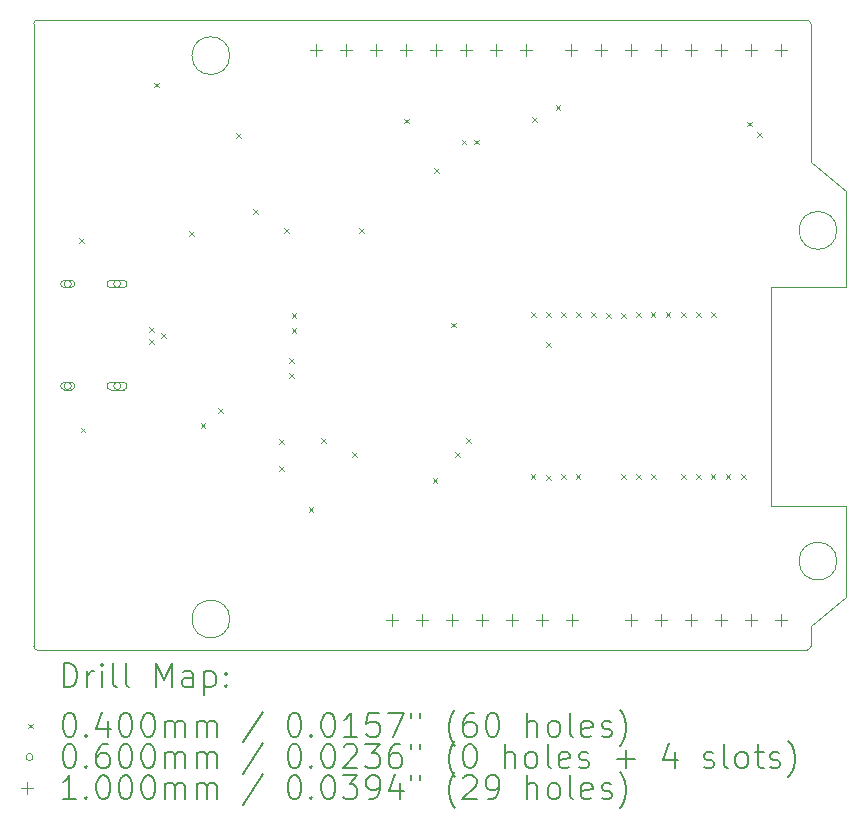
<source format=gbr>
%TF.GenerationSoftware,KiCad,Pcbnew,8.0.5*%
%TF.CreationDate,2024-12-12T18:20:34+01:00*%
%TF.ProjectId,Arduino_ESP,41726475-696e-46f5-9f45-53502e6b6963,rev?*%
%TF.SameCoordinates,Original*%
%TF.FileFunction,Drillmap*%
%TF.FilePolarity,Positive*%
%FSLAX45Y45*%
G04 Gerber Fmt 4.5, Leading zero omitted, Abs format (unit mm)*
G04 Created by KiCad (PCBNEW 8.0.5) date 2024-12-12 18:20:34*
%MOMM*%
%LPD*%
G01*
G04 APERTURE LIST*
%ADD10C,0.100000*%
%ADD11C,0.200000*%
G04 APERTURE END LIST*
D10*
X18360000Y-11330000D02*
G75*
G02*
X18330000Y-11360000I-30000J0D01*
G01*
X18360000Y-6060000D02*
X18360000Y-7230000D01*
X18020000Y-8290000D02*
X18020000Y-10140000D01*
X18360000Y-11330000D02*
X18360000Y-11160000D01*
X18580000Y-10610000D02*
G75*
G02*
X18260000Y-10610000I-160000J0D01*
G01*
X18260000Y-10610000D02*
G75*
G02*
X18580000Y-10610000I160000J0D01*
G01*
X11810000Y-11360000D02*
G75*
G02*
X11780000Y-11330000I0J30000D01*
G01*
X18660000Y-8290000D02*
X18660000Y-7480000D01*
X13440000Y-6330000D02*
G75*
G02*
X13120000Y-6330000I-160000J0D01*
G01*
X13120000Y-6330000D02*
G75*
G02*
X13440000Y-6330000I160000J0D01*
G01*
X18660000Y-10140000D02*
X18660000Y-10910000D01*
X18330000Y-6030000D02*
X11810000Y-6030000D01*
X18580000Y-7810000D02*
G75*
G02*
X18260000Y-7810000I-160000J0D01*
G01*
X18260000Y-7810000D02*
G75*
G02*
X18580000Y-7810000I160000J0D01*
G01*
X18660000Y-10910000D02*
X18360000Y-11160000D01*
X11810000Y-11360000D02*
X18330000Y-11360000D01*
X11780000Y-6060000D02*
G75*
G02*
X11810000Y-6030000I30000J0D01*
G01*
X13440000Y-11100000D02*
G75*
G02*
X13120000Y-11100000I-160000J0D01*
G01*
X13120000Y-11100000D02*
G75*
G02*
X13440000Y-11100000I160000J0D01*
G01*
X18660000Y-7480000D02*
X18360000Y-7230000D01*
X18020000Y-10140000D02*
X18660000Y-10140000D01*
X18660000Y-8290000D02*
X18020000Y-8290000D01*
X18330000Y-6030000D02*
G75*
G02*
X18360000Y-6060000I0J-30000D01*
G01*
X11780000Y-6060000D02*
X11780000Y-11330000D01*
D11*
D10*
X12166920Y-7874320D02*
X12206920Y-7914320D01*
X12206920Y-7874320D02*
X12166920Y-7914320D01*
X12177080Y-9479600D02*
X12217080Y-9519600D01*
X12217080Y-9479600D02*
X12177080Y-9519600D01*
X12756200Y-8631240D02*
X12796200Y-8671240D01*
X12796200Y-8631240D02*
X12756200Y-8671240D01*
X12756200Y-8731240D02*
X12796200Y-8771240D01*
X12796200Y-8731240D02*
X12756200Y-8771240D01*
X12801920Y-6558600D02*
X12841920Y-6598600D01*
X12841920Y-6558600D02*
X12801920Y-6598600D01*
X12857800Y-8676960D02*
X12897800Y-8716960D01*
X12897800Y-8676960D02*
X12857800Y-8716960D01*
X13096560Y-7813360D02*
X13136560Y-7853360D01*
X13136560Y-7813360D02*
X13096560Y-7853360D01*
X13193080Y-9444040D02*
X13233080Y-9484040D01*
X13233080Y-9444040D02*
X13193080Y-9484040D01*
X13340400Y-9317040D02*
X13380400Y-9357040D01*
X13380400Y-9317040D02*
X13340400Y-9357040D01*
X13495640Y-6987560D02*
X13535640Y-7027560D01*
X13535640Y-6987560D02*
X13495640Y-7027560D01*
X13640120Y-7630480D02*
X13680120Y-7670480D01*
X13680120Y-7630480D02*
X13640120Y-7670480D01*
X13858560Y-9576120D02*
X13898560Y-9616120D01*
X13898560Y-9576120D02*
X13858560Y-9616120D01*
X13858560Y-9804720D02*
X13898560Y-9844720D01*
X13898560Y-9804720D02*
X13858560Y-9844720D01*
X13899200Y-7788140D02*
X13939200Y-7828140D01*
X13939200Y-7788140D02*
X13899200Y-7828140D01*
X13944920Y-8890320D02*
X13984920Y-8930320D01*
X13984920Y-8890320D02*
X13944920Y-8930320D01*
X13944920Y-9017320D02*
X13984920Y-9057320D01*
X13984920Y-9017320D02*
X13944920Y-9057320D01*
X13965240Y-8509320D02*
X14005240Y-8549320D01*
X14005240Y-8509320D02*
X13965240Y-8549320D01*
X13965240Y-8636320D02*
X14005240Y-8676320D01*
X14005240Y-8636320D02*
X13965240Y-8676320D01*
X14107380Y-10152700D02*
X14147380Y-10192700D01*
X14147380Y-10152700D02*
X14107380Y-10192700D01*
X14211620Y-9571040D02*
X14251620Y-9611040D01*
X14251620Y-9571040D02*
X14211620Y-9611040D01*
X14478220Y-9685340D02*
X14518220Y-9725340D01*
X14518220Y-9685340D02*
X14478220Y-9725340D01*
X14534200Y-7787960D02*
X14574200Y-7827960D01*
X14574200Y-7787960D02*
X14534200Y-7827960D01*
X14914000Y-6863400D02*
X14954000Y-6903400D01*
X14954000Y-6863400D02*
X14914000Y-6903400D01*
X15159040Y-9906320D02*
X15199040Y-9946320D01*
X15199040Y-9906320D02*
X15159040Y-9946320D01*
X15168000Y-7279960D02*
X15208000Y-7319960D01*
X15208000Y-7279960D02*
X15168000Y-7319960D01*
X15316520Y-8590600D02*
X15356520Y-8630600D01*
X15356520Y-8590600D02*
X15316520Y-8630600D01*
X15347000Y-9687880D02*
X15387000Y-9727880D01*
X15387000Y-9687880D02*
X15347000Y-9727880D01*
X15402880Y-7041200D02*
X15442880Y-7081200D01*
X15442880Y-7041200D02*
X15402880Y-7081200D01*
X15443520Y-9565960D02*
X15483520Y-9605960D01*
X15483520Y-9565960D02*
X15443520Y-9605960D01*
X15509560Y-7041200D02*
X15549560Y-7081200D01*
X15549560Y-7041200D02*
X15509560Y-7081200D01*
X15987080Y-9875840D02*
X16027080Y-9915840D01*
X16027080Y-9875840D02*
X15987080Y-9915840D01*
X15992160Y-8499160D02*
X16032160Y-8539160D01*
X16032160Y-8499160D02*
X15992160Y-8539160D01*
X16002320Y-6853240D02*
X16042320Y-6893240D01*
X16042320Y-6853240D02*
X16002320Y-6893240D01*
X16119160Y-8499160D02*
X16159160Y-8539160D01*
X16159160Y-8499160D02*
X16119160Y-8539160D01*
X16119160Y-8753160D02*
X16159160Y-8793160D01*
X16159160Y-8753160D02*
X16119160Y-8793160D01*
X16119160Y-9880920D02*
X16159160Y-9920920D01*
X16159160Y-9880920D02*
X16119160Y-9920920D01*
X16200440Y-6751640D02*
X16240440Y-6791640D01*
X16240440Y-6751640D02*
X16200440Y-6791640D01*
X16246160Y-8499160D02*
X16286160Y-8539160D01*
X16286160Y-8499160D02*
X16246160Y-8539160D01*
X16246160Y-9875840D02*
X16286160Y-9915840D01*
X16286160Y-9875840D02*
X16246160Y-9915840D01*
X16368080Y-9875840D02*
X16408080Y-9915840D01*
X16408080Y-9875840D02*
X16368080Y-9915840D01*
X16373160Y-8499160D02*
X16413160Y-8539160D01*
X16413160Y-8499160D02*
X16373160Y-8539160D01*
X16497700Y-8504240D02*
X16537700Y-8544240D01*
X16537700Y-8504240D02*
X16497700Y-8544240D01*
X16627160Y-8509320D02*
X16667160Y-8549320D01*
X16667160Y-8509320D02*
X16627160Y-8549320D01*
X16754160Y-8509320D02*
X16794160Y-8549320D01*
X16794160Y-8509320D02*
X16754160Y-8549320D01*
X16754160Y-9875840D02*
X16794160Y-9915840D01*
X16794160Y-9875840D02*
X16754160Y-9915840D01*
X16881160Y-8504240D02*
X16921160Y-8544240D01*
X16921160Y-8504240D02*
X16881160Y-8544240D01*
X16881160Y-9875840D02*
X16921160Y-9915840D01*
X16921160Y-9875840D02*
X16881160Y-9915840D01*
X17003080Y-8504240D02*
X17043080Y-8544240D01*
X17043080Y-8504240D02*
X17003080Y-8544240D01*
X17008160Y-9875840D02*
X17048160Y-9915840D01*
X17048160Y-9875840D02*
X17008160Y-9915840D01*
X17130080Y-8504240D02*
X17170080Y-8544240D01*
X17170080Y-8504240D02*
X17130080Y-8544240D01*
X17262160Y-8504240D02*
X17302160Y-8544240D01*
X17302160Y-8504240D02*
X17262160Y-8544240D01*
X17262160Y-9875840D02*
X17302160Y-9915840D01*
X17302160Y-9875840D02*
X17262160Y-9915840D01*
X17389160Y-8504240D02*
X17429160Y-8544240D01*
X17429160Y-8504240D02*
X17389160Y-8544240D01*
X17389160Y-9875840D02*
X17429160Y-9915840D01*
X17429160Y-9875840D02*
X17389160Y-9915840D01*
X17511080Y-9875840D02*
X17551080Y-9915840D01*
X17551080Y-9875840D02*
X17511080Y-9915840D01*
X17516160Y-8504240D02*
X17556160Y-8544240D01*
X17556160Y-8504240D02*
X17516160Y-8544240D01*
X17638080Y-9875840D02*
X17678080Y-9915840D01*
X17678080Y-9875840D02*
X17638080Y-9915840D01*
X17770160Y-9875840D02*
X17810160Y-9915840D01*
X17810160Y-9875840D02*
X17770160Y-9915840D01*
X17820960Y-6888800D02*
X17860960Y-6928800D01*
X17860960Y-6888800D02*
X17820960Y-6928800D01*
X17907320Y-6975160D02*
X17947320Y-7015160D01*
X17947320Y-6975160D02*
X17907320Y-7015160D01*
X12098580Y-8263000D02*
G75*
G02*
X12038580Y-8263000I-30000J0D01*
G01*
X12038580Y-8263000D02*
G75*
G02*
X12098580Y-8263000I30000J0D01*
G01*
X12098580Y-8233000D02*
X12038580Y-8233000D01*
X12038580Y-8293000D02*
G75*
G02*
X12038580Y-8233000I0J30000D01*
G01*
X12038580Y-8293000D02*
X12098580Y-8293000D01*
X12098580Y-8293000D02*
G75*
G03*
X12098580Y-8233000I0J30000D01*
G01*
X12098580Y-9127000D02*
G75*
G02*
X12038580Y-9127000I-30000J0D01*
G01*
X12038580Y-9127000D02*
G75*
G02*
X12098580Y-9127000I30000J0D01*
G01*
X12098580Y-9097000D02*
X12038580Y-9097000D01*
X12038580Y-9157000D02*
G75*
G02*
X12038580Y-9097000I0J30000D01*
G01*
X12038580Y-9157000D02*
X12098580Y-9157000D01*
X12098580Y-9157000D02*
G75*
G03*
X12098580Y-9097000I0J30000D01*
G01*
X12516580Y-8263000D02*
G75*
G02*
X12456580Y-8263000I-30000J0D01*
G01*
X12456580Y-8263000D02*
G75*
G02*
X12516580Y-8263000I30000J0D01*
G01*
X12541580Y-8233000D02*
X12431580Y-8233000D01*
X12431580Y-8293000D02*
G75*
G02*
X12431580Y-8233000I0J30000D01*
G01*
X12431580Y-8293000D02*
X12541580Y-8293000D01*
X12541580Y-8293000D02*
G75*
G03*
X12541580Y-8233000I0J30000D01*
G01*
X12516580Y-9127000D02*
G75*
G02*
X12456580Y-9127000I-30000J0D01*
G01*
X12456580Y-9127000D02*
G75*
G02*
X12516580Y-9127000I30000J0D01*
G01*
X12541580Y-9097000D02*
X12431580Y-9097000D01*
X12431580Y-9157000D02*
G75*
G02*
X12431580Y-9097000I0J30000D01*
G01*
X12431580Y-9157000D02*
X12541580Y-9157000D01*
X12541580Y-9157000D02*
G75*
G03*
X12541580Y-9097000I0J30000D01*
G01*
X14172000Y-6230000D02*
X14172000Y-6330000D01*
X14122000Y-6280000D02*
X14222000Y-6280000D01*
X14426000Y-6230000D02*
X14426000Y-6330000D01*
X14376000Y-6280000D02*
X14476000Y-6280000D01*
X14680000Y-6230000D02*
X14680000Y-6330000D01*
X14630000Y-6280000D02*
X14730000Y-6280000D01*
X14816000Y-11060000D02*
X14816000Y-11160000D01*
X14766000Y-11110000D02*
X14866000Y-11110000D01*
X14934000Y-6230000D02*
X14934000Y-6330000D01*
X14884000Y-6280000D02*
X14984000Y-6280000D01*
X15070000Y-11060000D02*
X15070000Y-11160000D01*
X15020000Y-11110000D02*
X15120000Y-11110000D01*
X15188000Y-6230000D02*
X15188000Y-6330000D01*
X15138000Y-6280000D02*
X15238000Y-6280000D01*
X15324000Y-11060000D02*
X15324000Y-11160000D01*
X15274000Y-11110000D02*
X15374000Y-11110000D01*
X15442000Y-6230000D02*
X15442000Y-6330000D01*
X15392000Y-6280000D02*
X15492000Y-6280000D01*
X15578000Y-11060000D02*
X15578000Y-11160000D01*
X15528000Y-11110000D02*
X15628000Y-11110000D01*
X15696000Y-6230000D02*
X15696000Y-6330000D01*
X15646000Y-6280000D02*
X15746000Y-6280000D01*
X15832000Y-11060000D02*
X15832000Y-11160000D01*
X15782000Y-11110000D02*
X15882000Y-11110000D01*
X15950000Y-6230000D02*
X15950000Y-6330000D01*
X15900000Y-6280000D02*
X16000000Y-6280000D01*
X16086000Y-11060000D02*
X16086000Y-11160000D01*
X16036000Y-11110000D02*
X16136000Y-11110000D01*
X16332000Y-6230000D02*
X16332000Y-6330000D01*
X16282000Y-6280000D02*
X16382000Y-6280000D01*
X16340000Y-11060000D02*
X16340000Y-11160000D01*
X16290000Y-11110000D02*
X16390000Y-11110000D01*
X16586000Y-6230000D02*
X16586000Y-6330000D01*
X16536000Y-6280000D02*
X16636000Y-6280000D01*
X16840000Y-6230000D02*
X16840000Y-6330000D01*
X16790000Y-6280000D02*
X16890000Y-6280000D01*
X16840000Y-11060000D02*
X16840000Y-11160000D01*
X16790000Y-11110000D02*
X16890000Y-11110000D01*
X17094000Y-6230000D02*
X17094000Y-6330000D01*
X17044000Y-6280000D02*
X17144000Y-6280000D01*
X17094000Y-11060000D02*
X17094000Y-11160000D01*
X17044000Y-11110000D02*
X17144000Y-11110000D01*
X17348000Y-6230000D02*
X17348000Y-6330000D01*
X17298000Y-6280000D02*
X17398000Y-6280000D01*
X17348000Y-11060000D02*
X17348000Y-11160000D01*
X17298000Y-11110000D02*
X17398000Y-11110000D01*
X17602000Y-6230000D02*
X17602000Y-6330000D01*
X17552000Y-6280000D02*
X17652000Y-6280000D01*
X17602000Y-11060000D02*
X17602000Y-11160000D01*
X17552000Y-11110000D02*
X17652000Y-11110000D01*
X17856000Y-6230000D02*
X17856000Y-6330000D01*
X17806000Y-6280000D02*
X17906000Y-6280000D01*
X17856000Y-11060000D02*
X17856000Y-11160000D01*
X17806000Y-11110000D02*
X17906000Y-11110000D01*
X18110000Y-6230000D02*
X18110000Y-6330000D01*
X18060000Y-6280000D02*
X18160000Y-6280000D01*
X18110000Y-11060000D02*
X18110000Y-11160000D01*
X18060000Y-11110000D02*
X18160000Y-11110000D01*
D11*
X12035777Y-11676484D02*
X12035777Y-11476484D01*
X12035777Y-11476484D02*
X12083396Y-11476484D01*
X12083396Y-11476484D02*
X12111967Y-11486008D01*
X12111967Y-11486008D02*
X12131015Y-11505055D01*
X12131015Y-11505055D02*
X12140539Y-11524103D01*
X12140539Y-11524103D02*
X12150062Y-11562198D01*
X12150062Y-11562198D02*
X12150062Y-11590769D01*
X12150062Y-11590769D02*
X12140539Y-11628865D01*
X12140539Y-11628865D02*
X12131015Y-11647912D01*
X12131015Y-11647912D02*
X12111967Y-11666960D01*
X12111967Y-11666960D02*
X12083396Y-11676484D01*
X12083396Y-11676484D02*
X12035777Y-11676484D01*
X12235777Y-11676484D02*
X12235777Y-11543150D01*
X12235777Y-11581246D02*
X12245301Y-11562198D01*
X12245301Y-11562198D02*
X12254824Y-11552674D01*
X12254824Y-11552674D02*
X12273872Y-11543150D01*
X12273872Y-11543150D02*
X12292920Y-11543150D01*
X12359586Y-11676484D02*
X12359586Y-11543150D01*
X12359586Y-11476484D02*
X12350062Y-11486008D01*
X12350062Y-11486008D02*
X12359586Y-11495531D01*
X12359586Y-11495531D02*
X12369110Y-11486008D01*
X12369110Y-11486008D02*
X12359586Y-11476484D01*
X12359586Y-11476484D02*
X12359586Y-11495531D01*
X12483396Y-11676484D02*
X12464348Y-11666960D01*
X12464348Y-11666960D02*
X12454824Y-11647912D01*
X12454824Y-11647912D02*
X12454824Y-11476484D01*
X12588158Y-11676484D02*
X12569110Y-11666960D01*
X12569110Y-11666960D02*
X12559586Y-11647912D01*
X12559586Y-11647912D02*
X12559586Y-11476484D01*
X12816729Y-11676484D02*
X12816729Y-11476484D01*
X12816729Y-11476484D02*
X12883396Y-11619341D01*
X12883396Y-11619341D02*
X12950062Y-11476484D01*
X12950062Y-11476484D02*
X12950062Y-11676484D01*
X13131015Y-11676484D02*
X13131015Y-11571722D01*
X13131015Y-11571722D02*
X13121491Y-11552674D01*
X13121491Y-11552674D02*
X13102443Y-11543150D01*
X13102443Y-11543150D02*
X13064348Y-11543150D01*
X13064348Y-11543150D02*
X13045301Y-11552674D01*
X13131015Y-11666960D02*
X13111967Y-11676484D01*
X13111967Y-11676484D02*
X13064348Y-11676484D01*
X13064348Y-11676484D02*
X13045301Y-11666960D01*
X13045301Y-11666960D02*
X13035777Y-11647912D01*
X13035777Y-11647912D02*
X13035777Y-11628865D01*
X13035777Y-11628865D02*
X13045301Y-11609817D01*
X13045301Y-11609817D02*
X13064348Y-11600293D01*
X13064348Y-11600293D02*
X13111967Y-11600293D01*
X13111967Y-11600293D02*
X13131015Y-11590769D01*
X13226253Y-11543150D02*
X13226253Y-11743150D01*
X13226253Y-11552674D02*
X13245301Y-11543150D01*
X13245301Y-11543150D02*
X13283396Y-11543150D01*
X13283396Y-11543150D02*
X13302443Y-11552674D01*
X13302443Y-11552674D02*
X13311967Y-11562198D01*
X13311967Y-11562198D02*
X13321491Y-11581246D01*
X13321491Y-11581246D02*
X13321491Y-11638388D01*
X13321491Y-11638388D02*
X13311967Y-11657436D01*
X13311967Y-11657436D02*
X13302443Y-11666960D01*
X13302443Y-11666960D02*
X13283396Y-11676484D01*
X13283396Y-11676484D02*
X13245301Y-11676484D01*
X13245301Y-11676484D02*
X13226253Y-11666960D01*
X13407205Y-11657436D02*
X13416729Y-11666960D01*
X13416729Y-11666960D02*
X13407205Y-11676484D01*
X13407205Y-11676484D02*
X13397682Y-11666960D01*
X13397682Y-11666960D02*
X13407205Y-11657436D01*
X13407205Y-11657436D02*
X13407205Y-11676484D01*
X13407205Y-11552674D02*
X13416729Y-11562198D01*
X13416729Y-11562198D02*
X13407205Y-11571722D01*
X13407205Y-11571722D02*
X13397682Y-11562198D01*
X13397682Y-11562198D02*
X13407205Y-11552674D01*
X13407205Y-11552674D02*
X13407205Y-11571722D01*
D10*
X11735000Y-11985000D02*
X11775000Y-12025000D01*
X11775000Y-11985000D02*
X11735000Y-12025000D01*
D11*
X12073872Y-11896484D02*
X12092920Y-11896484D01*
X12092920Y-11896484D02*
X12111967Y-11906008D01*
X12111967Y-11906008D02*
X12121491Y-11915531D01*
X12121491Y-11915531D02*
X12131015Y-11934579D01*
X12131015Y-11934579D02*
X12140539Y-11972674D01*
X12140539Y-11972674D02*
X12140539Y-12020293D01*
X12140539Y-12020293D02*
X12131015Y-12058388D01*
X12131015Y-12058388D02*
X12121491Y-12077436D01*
X12121491Y-12077436D02*
X12111967Y-12086960D01*
X12111967Y-12086960D02*
X12092920Y-12096484D01*
X12092920Y-12096484D02*
X12073872Y-12096484D01*
X12073872Y-12096484D02*
X12054824Y-12086960D01*
X12054824Y-12086960D02*
X12045301Y-12077436D01*
X12045301Y-12077436D02*
X12035777Y-12058388D01*
X12035777Y-12058388D02*
X12026253Y-12020293D01*
X12026253Y-12020293D02*
X12026253Y-11972674D01*
X12026253Y-11972674D02*
X12035777Y-11934579D01*
X12035777Y-11934579D02*
X12045301Y-11915531D01*
X12045301Y-11915531D02*
X12054824Y-11906008D01*
X12054824Y-11906008D02*
X12073872Y-11896484D01*
X12226253Y-12077436D02*
X12235777Y-12086960D01*
X12235777Y-12086960D02*
X12226253Y-12096484D01*
X12226253Y-12096484D02*
X12216729Y-12086960D01*
X12216729Y-12086960D02*
X12226253Y-12077436D01*
X12226253Y-12077436D02*
X12226253Y-12096484D01*
X12407205Y-11963150D02*
X12407205Y-12096484D01*
X12359586Y-11886960D02*
X12311967Y-12029817D01*
X12311967Y-12029817D02*
X12435777Y-12029817D01*
X12550062Y-11896484D02*
X12569110Y-11896484D01*
X12569110Y-11896484D02*
X12588158Y-11906008D01*
X12588158Y-11906008D02*
X12597682Y-11915531D01*
X12597682Y-11915531D02*
X12607205Y-11934579D01*
X12607205Y-11934579D02*
X12616729Y-11972674D01*
X12616729Y-11972674D02*
X12616729Y-12020293D01*
X12616729Y-12020293D02*
X12607205Y-12058388D01*
X12607205Y-12058388D02*
X12597682Y-12077436D01*
X12597682Y-12077436D02*
X12588158Y-12086960D01*
X12588158Y-12086960D02*
X12569110Y-12096484D01*
X12569110Y-12096484D02*
X12550062Y-12096484D01*
X12550062Y-12096484D02*
X12531015Y-12086960D01*
X12531015Y-12086960D02*
X12521491Y-12077436D01*
X12521491Y-12077436D02*
X12511967Y-12058388D01*
X12511967Y-12058388D02*
X12502443Y-12020293D01*
X12502443Y-12020293D02*
X12502443Y-11972674D01*
X12502443Y-11972674D02*
X12511967Y-11934579D01*
X12511967Y-11934579D02*
X12521491Y-11915531D01*
X12521491Y-11915531D02*
X12531015Y-11906008D01*
X12531015Y-11906008D02*
X12550062Y-11896484D01*
X12740539Y-11896484D02*
X12759586Y-11896484D01*
X12759586Y-11896484D02*
X12778634Y-11906008D01*
X12778634Y-11906008D02*
X12788158Y-11915531D01*
X12788158Y-11915531D02*
X12797682Y-11934579D01*
X12797682Y-11934579D02*
X12807205Y-11972674D01*
X12807205Y-11972674D02*
X12807205Y-12020293D01*
X12807205Y-12020293D02*
X12797682Y-12058388D01*
X12797682Y-12058388D02*
X12788158Y-12077436D01*
X12788158Y-12077436D02*
X12778634Y-12086960D01*
X12778634Y-12086960D02*
X12759586Y-12096484D01*
X12759586Y-12096484D02*
X12740539Y-12096484D01*
X12740539Y-12096484D02*
X12721491Y-12086960D01*
X12721491Y-12086960D02*
X12711967Y-12077436D01*
X12711967Y-12077436D02*
X12702443Y-12058388D01*
X12702443Y-12058388D02*
X12692920Y-12020293D01*
X12692920Y-12020293D02*
X12692920Y-11972674D01*
X12692920Y-11972674D02*
X12702443Y-11934579D01*
X12702443Y-11934579D02*
X12711967Y-11915531D01*
X12711967Y-11915531D02*
X12721491Y-11906008D01*
X12721491Y-11906008D02*
X12740539Y-11896484D01*
X12892920Y-12096484D02*
X12892920Y-11963150D01*
X12892920Y-11982198D02*
X12902443Y-11972674D01*
X12902443Y-11972674D02*
X12921491Y-11963150D01*
X12921491Y-11963150D02*
X12950063Y-11963150D01*
X12950063Y-11963150D02*
X12969110Y-11972674D01*
X12969110Y-11972674D02*
X12978634Y-11991722D01*
X12978634Y-11991722D02*
X12978634Y-12096484D01*
X12978634Y-11991722D02*
X12988158Y-11972674D01*
X12988158Y-11972674D02*
X13007205Y-11963150D01*
X13007205Y-11963150D02*
X13035777Y-11963150D01*
X13035777Y-11963150D02*
X13054824Y-11972674D01*
X13054824Y-11972674D02*
X13064348Y-11991722D01*
X13064348Y-11991722D02*
X13064348Y-12096484D01*
X13159586Y-12096484D02*
X13159586Y-11963150D01*
X13159586Y-11982198D02*
X13169110Y-11972674D01*
X13169110Y-11972674D02*
X13188158Y-11963150D01*
X13188158Y-11963150D02*
X13216729Y-11963150D01*
X13216729Y-11963150D02*
X13235777Y-11972674D01*
X13235777Y-11972674D02*
X13245301Y-11991722D01*
X13245301Y-11991722D02*
X13245301Y-12096484D01*
X13245301Y-11991722D02*
X13254824Y-11972674D01*
X13254824Y-11972674D02*
X13273872Y-11963150D01*
X13273872Y-11963150D02*
X13302443Y-11963150D01*
X13302443Y-11963150D02*
X13321491Y-11972674D01*
X13321491Y-11972674D02*
X13331015Y-11991722D01*
X13331015Y-11991722D02*
X13331015Y-12096484D01*
X13721491Y-11886960D02*
X13550063Y-12144103D01*
X13978634Y-11896484D02*
X13997682Y-11896484D01*
X13997682Y-11896484D02*
X14016729Y-11906008D01*
X14016729Y-11906008D02*
X14026253Y-11915531D01*
X14026253Y-11915531D02*
X14035777Y-11934579D01*
X14035777Y-11934579D02*
X14045301Y-11972674D01*
X14045301Y-11972674D02*
X14045301Y-12020293D01*
X14045301Y-12020293D02*
X14035777Y-12058388D01*
X14035777Y-12058388D02*
X14026253Y-12077436D01*
X14026253Y-12077436D02*
X14016729Y-12086960D01*
X14016729Y-12086960D02*
X13997682Y-12096484D01*
X13997682Y-12096484D02*
X13978634Y-12096484D01*
X13978634Y-12096484D02*
X13959586Y-12086960D01*
X13959586Y-12086960D02*
X13950063Y-12077436D01*
X13950063Y-12077436D02*
X13940539Y-12058388D01*
X13940539Y-12058388D02*
X13931015Y-12020293D01*
X13931015Y-12020293D02*
X13931015Y-11972674D01*
X13931015Y-11972674D02*
X13940539Y-11934579D01*
X13940539Y-11934579D02*
X13950063Y-11915531D01*
X13950063Y-11915531D02*
X13959586Y-11906008D01*
X13959586Y-11906008D02*
X13978634Y-11896484D01*
X14131015Y-12077436D02*
X14140539Y-12086960D01*
X14140539Y-12086960D02*
X14131015Y-12096484D01*
X14131015Y-12096484D02*
X14121491Y-12086960D01*
X14121491Y-12086960D02*
X14131015Y-12077436D01*
X14131015Y-12077436D02*
X14131015Y-12096484D01*
X14264348Y-11896484D02*
X14283396Y-11896484D01*
X14283396Y-11896484D02*
X14302444Y-11906008D01*
X14302444Y-11906008D02*
X14311967Y-11915531D01*
X14311967Y-11915531D02*
X14321491Y-11934579D01*
X14321491Y-11934579D02*
X14331015Y-11972674D01*
X14331015Y-11972674D02*
X14331015Y-12020293D01*
X14331015Y-12020293D02*
X14321491Y-12058388D01*
X14321491Y-12058388D02*
X14311967Y-12077436D01*
X14311967Y-12077436D02*
X14302444Y-12086960D01*
X14302444Y-12086960D02*
X14283396Y-12096484D01*
X14283396Y-12096484D02*
X14264348Y-12096484D01*
X14264348Y-12096484D02*
X14245301Y-12086960D01*
X14245301Y-12086960D02*
X14235777Y-12077436D01*
X14235777Y-12077436D02*
X14226253Y-12058388D01*
X14226253Y-12058388D02*
X14216729Y-12020293D01*
X14216729Y-12020293D02*
X14216729Y-11972674D01*
X14216729Y-11972674D02*
X14226253Y-11934579D01*
X14226253Y-11934579D02*
X14235777Y-11915531D01*
X14235777Y-11915531D02*
X14245301Y-11906008D01*
X14245301Y-11906008D02*
X14264348Y-11896484D01*
X14521491Y-12096484D02*
X14407206Y-12096484D01*
X14464348Y-12096484D02*
X14464348Y-11896484D01*
X14464348Y-11896484D02*
X14445301Y-11925055D01*
X14445301Y-11925055D02*
X14426253Y-11944103D01*
X14426253Y-11944103D02*
X14407206Y-11953627D01*
X14702444Y-11896484D02*
X14607206Y-11896484D01*
X14607206Y-11896484D02*
X14597682Y-11991722D01*
X14597682Y-11991722D02*
X14607206Y-11982198D01*
X14607206Y-11982198D02*
X14626253Y-11972674D01*
X14626253Y-11972674D02*
X14673872Y-11972674D01*
X14673872Y-11972674D02*
X14692920Y-11982198D01*
X14692920Y-11982198D02*
X14702444Y-11991722D01*
X14702444Y-11991722D02*
X14711967Y-12010769D01*
X14711967Y-12010769D02*
X14711967Y-12058388D01*
X14711967Y-12058388D02*
X14702444Y-12077436D01*
X14702444Y-12077436D02*
X14692920Y-12086960D01*
X14692920Y-12086960D02*
X14673872Y-12096484D01*
X14673872Y-12096484D02*
X14626253Y-12096484D01*
X14626253Y-12096484D02*
X14607206Y-12086960D01*
X14607206Y-12086960D02*
X14597682Y-12077436D01*
X14778634Y-11896484D02*
X14911967Y-11896484D01*
X14911967Y-11896484D02*
X14826253Y-12096484D01*
X14978634Y-11896484D02*
X14978634Y-11934579D01*
X15054825Y-11896484D02*
X15054825Y-11934579D01*
X15350063Y-12172674D02*
X15340539Y-12163150D01*
X15340539Y-12163150D02*
X15321491Y-12134579D01*
X15321491Y-12134579D02*
X15311968Y-12115531D01*
X15311968Y-12115531D02*
X15302444Y-12086960D01*
X15302444Y-12086960D02*
X15292920Y-12039341D01*
X15292920Y-12039341D02*
X15292920Y-12001246D01*
X15292920Y-12001246D02*
X15302444Y-11953627D01*
X15302444Y-11953627D02*
X15311968Y-11925055D01*
X15311968Y-11925055D02*
X15321491Y-11906008D01*
X15321491Y-11906008D02*
X15340539Y-11877436D01*
X15340539Y-11877436D02*
X15350063Y-11867912D01*
X15511968Y-11896484D02*
X15473872Y-11896484D01*
X15473872Y-11896484D02*
X15454825Y-11906008D01*
X15454825Y-11906008D02*
X15445301Y-11915531D01*
X15445301Y-11915531D02*
X15426253Y-11944103D01*
X15426253Y-11944103D02*
X15416729Y-11982198D01*
X15416729Y-11982198D02*
X15416729Y-12058388D01*
X15416729Y-12058388D02*
X15426253Y-12077436D01*
X15426253Y-12077436D02*
X15435777Y-12086960D01*
X15435777Y-12086960D02*
X15454825Y-12096484D01*
X15454825Y-12096484D02*
X15492920Y-12096484D01*
X15492920Y-12096484D02*
X15511968Y-12086960D01*
X15511968Y-12086960D02*
X15521491Y-12077436D01*
X15521491Y-12077436D02*
X15531015Y-12058388D01*
X15531015Y-12058388D02*
X15531015Y-12010769D01*
X15531015Y-12010769D02*
X15521491Y-11991722D01*
X15521491Y-11991722D02*
X15511968Y-11982198D01*
X15511968Y-11982198D02*
X15492920Y-11972674D01*
X15492920Y-11972674D02*
X15454825Y-11972674D01*
X15454825Y-11972674D02*
X15435777Y-11982198D01*
X15435777Y-11982198D02*
X15426253Y-11991722D01*
X15426253Y-11991722D02*
X15416729Y-12010769D01*
X15654825Y-11896484D02*
X15673872Y-11896484D01*
X15673872Y-11896484D02*
X15692920Y-11906008D01*
X15692920Y-11906008D02*
X15702444Y-11915531D01*
X15702444Y-11915531D02*
X15711968Y-11934579D01*
X15711968Y-11934579D02*
X15721491Y-11972674D01*
X15721491Y-11972674D02*
X15721491Y-12020293D01*
X15721491Y-12020293D02*
X15711968Y-12058388D01*
X15711968Y-12058388D02*
X15702444Y-12077436D01*
X15702444Y-12077436D02*
X15692920Y-12086960D01*
X15692920Y-12086960D02*
X15673872Y-12096484D01*
X15673872Y-12096484D02*
X15654825Y-12096484D01*
X15654825Y-12096484D02*
X15635777Y-12086960D01*
X15635777Y-12086960D02*
X15626253Y-12077436D01*
X15626253Y-12077436D02*
X15616729Y-12058388D01*
X15616729Y-12058388D02*
X15607206Y-12020293D01*
X15607206Y-12020293D02*
X15607206Y-11972674D01*
X15607206Y-11972674D02*
X15616729Y-11934579D01*
X15616729Y-11934579D02*
X15626253Y-11915531D01*
X15626253Y-11915531D02*
X15635777Y-11906008D01*
X15635777Y-11906008D02*
X15654825Y-11896484D01*
X15959587Y-12096484D02*
X15959587Y-11896484D01*
X16045301Y-12096484D02*
X16045301Y-11991722D01*
X16045301Y-11991722D02*
X16035777Y-11972674D01*
X16035777Y-11972674D02*
X16016730Y-11963150D01*
X16016730Y-11963150D02*
X15988158Y-11963150D01*
X15988158Y-11963150D02*
X15969110Y-11972674D01*
X15969110Y-11972674D02*
X15959587Y-11982198D01*
X16169110Y-12096484D02*
X16150063Y-12086960D01*
X16150063Y-12086960D02*
X16140539Y-12077436D01*
X16140539Y-12077436D02*
X16131015Y-12058388D01*
X16131015Y-12058388D02*
X16131015Y-12001246D01*
X16131015Y-12001246D02*
X16140539Y-11982198D01*
X16140539Y-11982198D02*
X16150063Y-11972674D01*
X16150063Y-11972674D02*
X16169110Y-11963150D01*
X16169110Y-11963150D02*
X16197682Y-11963150D01*
X16197682Y-11963150D02*
X16216730Y-11972674D01*
X16216730Y-11972674D02*
X16226253Y-11982198D01*
X16226253Y-11982198D02*
X16235777Y-12001246D01*
X16235777Y-12001246D02*
X16235777Y-12058388D01*
X16235777Y-12058388D02*
X16226253Y-12077436D01*
X16226253Y-12077436D02*
X16216730Y-12086960D01*
X16216730Y-12086960D02*
X16197682Y-12096484D01*
X16197682Y-12096484D02*
X16169110Y-12096484D01*
X16350063Y-12096484D02*
X16331015Y-12086960D01*
X16331015Y-12086960D02*
X16321491Y-12067912D01*
X16321491Y-12067912D02*
X16321491Y-11896484D01*
X16502444Y-12086960D02*
X16483396Y-12096484D01*
X16483396Y-12096484D02*
X16445301Y-12096484D01*
X16445301Y-12096484D02*
X16426253Y-12086960D01*
X16426253Y-12086960D02*
X16416730Y-12067912D01*
X16416730Y-12067912D02*
X16416730Y-11991722D01*
X16416730Y-11991722D02*
X16426253Y-11972674D01*
X16426253Y-11972674D02*
X16445301Y-11963150D01*
X16445301Y-11963150D02*
X16483396Y-11963150D01*
X16483396Y-11963150D02*
X16502444Y-11972674D01*
X16502444Y-11972674D02*
X16511968Y-11991722D01*
X16511968Y-11991722D02*
X16511968Y-12010769D01*
X16511968Y-12010769D02*
X16416730Y-12029817D01*
X16588158Y-12086960D02*
X16607206Y-12096484D01*
X16607206Y-12096484D02*
X16645301Y-12096484D01*
X16645301Y-12096484D02*
X16664349Y-12086960D01*
X16664349Y-12086960D02*
X16673872Y-12067912D01*
X16673872Y-12067912D02*
X16673872Y-12058388D01*
X16673872Y-12058388D02*
X16664349Y-12039341D01*
X16664349Y-12039341D02*
X16645301Y-12029817D01*
X16645301Y-12029817D02*
X16616730Y-12029817D01*
X16616730Y-12029817D02*
X16597682Y-12020293D01*
X16597682Y-12020293D02*
X16588158Y-12001246D01*
X16588158Y-12001246D02*
X16588158Y-11991722D01*
X16588158Y-11991722D02*
X16597682Y-11972674D01*
X16597682Y-11972674D02*
X16616730Y-11963150D01*
X16616730Y-11963150D02*
X16645301Y-11963150D01*
X16645301Y-11963150D02*
X16664349Y-11972674D01*
X16740539Y-12172674D02*
X16750063Y-12163150D01*
X16750063Y-12163150D02*
X16769111Y-12134579D01*
X16769111Y-12134579D02*
X16778634Y-12115531D01*
X16778634Y-12115531D02*
X16788158Y-12086960D01*
X16788158Y-12086960D02*
X16797682Y-12039341D01*
X16797682Y-12039341D02*
X16797682Y-12001246D01*
X16797682Y-12001246D02*
X16788158Y-11953627D01*
X16788158Y-11953627D02*
X16778634Y-11925055D01*
X16778634Y-11925055D02*
X16769111Y-11906008D01*
X16769111Y-11906008D02*
X16750063Y-11877436D01*
X16750063Y-11877436D02*
X16740539Y-11867912D01*
D10*
X11775000Y-12269000D02*
G75*
G02*
X11715000Y-12269000I-30000J0D01*
G01*
X11715000Y-12269000D02*
G75*
G02*
X11775000Y-12269000I30000J0D01*
G01*
D11*
X12073872Y-12160484D02*
X12092920Y-12160484D01*
X12092920Y-12160484D02*
X12111967Y-12170008D01*
X12111967Y-12170008D02*
X12121491Y-12179531D01*
X12121491Y-12179531D02*
X12131015Y-12198579D01*
X12131015Y-12198579D02*
X12140539Y-12236674D01*
X12140539Y-12236674D02*
X12140539Y-12284293D01*
X12140539Y-12284293D02*
X12131015Y-12322388D01*
X12131015Y-12322388D02*
X12121491Y-12341436D01*
X12121491Y-12341436D02*
X12111967Y-12350960D01*
X12111967Y-12350960D02*
X12092920Y-12360484D01*
X12092920Y-12360484D02*
X12073872Y-12360484D01*
X12073872Y-12360484D02*
X12054824Y-12350960D01*
X12054824Y-12350960D02*
X12045301Y-12341436D01*
X12045301Y-12341436D02*
X12035777Y-12322388D01*
X12035777Y-12322388D02*
X12026253Y-12284293D01*
X12026253Y-12284293D02*
X12026253Y-12236674D01*
X12026253Y-12236674D02*
X12035777Y-12198579D01*
X12035777Y-12198579D02*
X12045301Y-12179531D01*
X12045301Y-12179531D02*
X12054824Y-12170008D01*
X12054824Y-12170008D02*
X12073872Y-12160484D01*
X12226253Y-12341436D02*
X12235777Y-12350960D01*
X12235777Y-12350960D02*
X12226253Y-12360484D01*
X12226253Y-12360484D02*
X12216729Y-12350960D01*
X12216729Y-12350960D02*
X12226253Y-12341436D01*
X12226253Y-12341436D02*
X12226253Y-12360484D01*
X12407205Y-12160484D02*
X12369110Y-12160484D01*
X12369110Y-12160484D02*
X12350062Y-12170008D01*
X12350062Y-12170008D02*
X12340539Y-12179531D01*
X12340539Y-12179531D02*
X12321491Y-12208103D01*
X12321491Y-12208103D02*
X12311967Y-12246198D01*
X12311967Y-12246198D02*
X12311967Y-12322388D01*
X12311967Y-12322388D02*
X12321491Y-12341436D01*
X12321491Y-12341436D02*
X12331015Y-12350960D01*
X12331015Y-12350960D02*
X12350062Y-12360484D01*
X12350062Y-12360484D02*
X12388158Y-12360484D01*
X12388158Y-12360484D02*
X12407205Y-12350960D01*
X12407205Y-12350960D02*
X12416729Y-12341436D01*
X12416729Y-12341436D02*
X12426253Y-12322388D01*
X12426253Y-12322388D02*
X12426253Y-12274769D01*
X12426253Y-12274769D02*
X12416729Y-12255722D01*
X12416729Y-12255722D02*
X12407205Y-12246198D01*
X12407205Y-12246198D02*
X12388158Y-12236674D01*
X12388158Y-12236674D02*
X12350062Y-12236674D01*
X12350062Y-12236674D02*
X12331015Y-12246198D01*
X12331015Y-12246198D02*
X12321491Y-12255722D01*
X12321491Y-12255722D02*
X12311967Y-12274769D01*
X12550062Y-12160484D02*
X12569110Y-12160484D01*
X12569110Y-12160484D02*
X12588158Y-12170008D01*
X12588158Y-12170008D02*
X12597682Y-12179531D01*
X12597682Y-12179531D02*
X12607205Y-12198579D01*
X12607205Y-12198579D02*
X12616729Y-12236674D01*
X12616729Y-12236674D02*
X12616729Y-12284293D01*
X12616729Y-12284293D02*
X12607205Y-12322388D01*
X12607205Y-12322388D02*
X12597682Y-12341436D01*
X12597682Y-12341436D02*
X12588158Y-12350960D01*
X12588158Y-12350960D02*
X12569110Y-12360484D01*
X12569110Y-12360484D02*
X12550062Y-12360484D01*
X12550062Y-12360484D02*
X12531015Y-12350960D01*
X12531015Y-12350960D02*
X12521491Y-12341436D01*
X12521491Y-12341436D02*
X12511967Y-12322388D01*
X12511967Y-12322388D02*
X12502443Y-12284293D01*
X12502443Y-12284293D02*
X12502443Y-12236674D01*
X12502443Y-12236674D02*
X12511967Y-12198579D01*
X12511967Y-12198579D02*
X12521491Y-12179531D01*
X12521491Y-12179531D02*
X12531015Y-12170008D01*
X12531015Y-12170008D02*
X12550062Y-12160484D01*
X12740539Y-12160484D02*
X12759586Y-12160484D01*
X12759586Y-12160484D02*
X12778634Y-12170008D01*
X12778634Y-12170008D02*
X12788158Y-12179531D01*
X12788158Y-12179531D02*
X12797682Y-12198579D01*
X12797682Y-12198579D02*
X12807205Y-12236674D01*
X12807205Y-12236674D02*
X12807205Y-12284293D01*
X12807205Y-12284293D02*
X12797682Y-12322388D01*
X12797682Y-12322388D02*
X12788158Y-12341436D01*
X12788158Y-12341436D02*
X12778634Y-12350960D01*
X12778634Y-12350960D02*
X12759586Y-12360484D01*
X12759586Y-12360484D02*
X12740539Y-12360484D01*
X12740539Y-12360484D02*
X12721491Y-12350960D01*
X12721491Y-12350960D02*
X12711967Y-12341436D01*
X12711967Y-12341436D02*
X12702443Y-12322388D01*
X12702443Y-12322388D02*
X12692920Y-12284293D01*
X12692920Y-12284293D02*
X12692920Y-12236674D01*
X12692920Y-12236674D02*
X12702443Y-12198579D01*
X12702443Y-12198579D02*
X12711967Y-12179531D01*
X12711967Y-12179531D02*
X12721491Y-12170008D01*
X12721491Y-12170008D02*
X12740539Y-12160484D01*
X12892920Y-12360484D02*
X12892920Y-12227150D01*
X12892920Y-12246198D02*
X12902443Y-12236674D01*
X12902443Y-12236674D02*
X12921491Y-12227150D01*
X12921491Y-12227150D02*
X12950063Y-12227150D01*
X12950063Y-12227150D02*
X12969110Y-12236674D01*
X12969110Y-12236674D02*
X12978634Y-12255722D01*
X12978634Y-12255722D02*
X12978634Y-12360484D01*
X12978634Y-12255722D02*
X12988158Y-12236674D01*
X12988158Y-12236674D02*
X13007205Y-12227150D01*
X13007205Y-12227150D02*
X13035777Y-12227150D01*
X13035777Y-12227150D02*
X13054824Y-12236674D01*
X13054824Y-12236674D02*
X13064348Y-12255722D01*
X13064348Y-12255722D02*
X13064348Y-12360484D01*
X13159586Y-12360484D02*
X13159586Y-12227150D01*
X13159586Y-12246198D02*
X13169110Y-12236674D01*
X13169110Y-12236674D02*
X13188158Y-12227150D01*
X13188158Y-12227150D02*
X13216729Y-12227150D01*
X13216729Y-12227150D02*
X13235777Y-12236674D01*
X13235777Y-12236674D02*
X13245301Y-12255722D01*
X13245301Y-12255722D02*
X13245301Y-12360484D01*
X13245301Y-12255722D02*
X13254824Y-12236674D01*
X13254824Y-12236674D02*
X13273872Y-12227150D01*
X13273872Y-12227150D02*
X13302443Y-12227150D01*
X13302443Y-12227150D02*
X13321491Y-12236674D01*
X13321491Y-12236674D02*
X13331015Y-12255722D01*
X13331015Y-12255722D02*
X13331015Y-12360484D01*
X13721491Y-12150960D02*
X13550063Y-12408103D01*
X13978634Y-12160484D02*
X13997682Y-12160484D01*
X13997682Y-12160484D02*
X14016729Y-12170008D01*
X14016729Y-12170008D02*
X14026253Y-12179531D01*
X14026253Y-12179531D02*
X14035777Y-12198579D01*
X14035777Y-12198579D02*
X14045301Y-12236674D01*
X14045301Y-12236674D02*
X14045301Y-12284293D01*
X14045301Y-12284293D02*
X14035777Y-12322388D01*
X14035777Y-12322388D02*
X14026253Y-12341436D01*
X14026253Y-12341436D02*
X14016729Y-12350960D01*
X14016729Y-12350960D02*
X13997682Y-12360484D01*
X13997682Y-12360484D02*
X13978634Y-12360484D01*
X13978634Y-12360484D02*
X13959586Y-12350960D01*
X13959586Y-12350960D02*
X13950063Y-12341436D01*
X13950063Y-12341436D02*
X13940539Y-12322388D01*
X13940539Y-12322388D02*
X13931015Y-12284293D01*
X13931015Y-12284293D02*
X13931015Y-12236674D01*
X13931015Y-12236674D02*
X13940539Y-12198579D01*
X13940539Y-12198579D02*
X13950063Y-12179531D01*
X13950063Y-12179531D02*
X13959586Y-12170008D01*
X13959586Y-12170008D02*
X13978634Y-12160484D01*
X14131015Y-12341436D02*
X14140539Y-12350960D01*
X14140539Y-12350960D02*
X14131015Y-12360484D01*
X14131015Y-12360484D02*
X14121491Y-12350960D01*
X14121491Y-12350960D02*
X14131015Y-12341436D01*
X14131015Y-12341436D02*
X14131015Y-12360484D01*
X14264348Y-12160484D02*
X14283396Y-12160484D01*
X14283396Y-12160484D02*
X14302444Y-12170008D01*
X14302444Y-12170008D02*
X14311967Y-12179531D01*
X14311967Y-12179531D02*
X14321491Y-12198579D01*
X14321491Y-12198579D02*
X14331015Y-12236674D01*
X14331015Y-12236674D02*
X14331015Y-12284293D01*
X14331015Y-12284293D02*
X14321491Y-12322388D01*
X14321491Y-12322388D02*
X14311967Y-12341436D01*
X14311967Y-12341436D02*
X14302444Y-12350960D01*
X14302444Y-12350960D02*
X14283396Y-12360484D01*
X14283396Y-12360484D02*
X14264348Y-12360484D01*
X14264348Y-12360484D02*
X14245301Y-12350960D01*
X14245301Y-12350960D02*
X14235777Y-12341436D01*
X14235777Y-12341436D02*
X14226253Y-12322388D01*
X14226253Y-12322388D02*
X14216729Y-12284293D01*
X14216729Y-12284293D02*
X14216729Y-12236674D01*
X14216729Y-12236674D02*
X14226253Y-12198579D01*
X14226253Y-12198579D02*
X14235777Y-12179531D01*
X14235777Y-12179531D02*
X14245301Y-12170008D01*
X14245301Y-12170008D02*
X14264348Y-12160484D01*
X14407206Y-12179531D02*
X14416729Y-12170008D01*
X14416729Y-12170008D02*
X14435777Y-12160484D01*
X14435777Y-12160484D02*
X14483396Y-12160484D01*
X14483396Y-12160484D02*
X14502444Y-12170008D01*
X14502444Y-12170008D02*
X14511967Y-12179531D01*
X14511967Y-12179531D02*
X14521491Y-12198579D01*
X14521491Y-12198579D02*
X14521491Y-12217627D01*
X14521491Y-12217627D02*
X14511967Y-12246198D01*
X14511967Y-12246198D02*
X14397682Y-12360484D01*
X14397682Y-12360484D02*
X14521491Y-12360484D01*
X14588158Y-12160484D02*
X14711967Y-12160484D01*
X14711967Y-12160484D02*
X14645301Y-12236674D01*
X14645301Y-12236674D02*
X14673872Y-12236674D01*
X14673872Y-12236674D02*
X14692920Y-12246198D01*
X14692920Y-12246198D02*
X14702444Y-12255722D01*
X14702444Y-12255722D02*
X14711967Y-12274769D01*
X14711967Y-12274769D02*
X14711967Y-12322388D01*
X14711967Y-12322388D02*
X14702444Y-12341436D01*
X14702444Y-12341436D02*
X14692920Y-12350960D01*
X14692920Y-12350960D02*
X14673872Y-12360484D01*
X14673872Y-12360484D02*
X14616729Y-12360484D01*
X14616729Y-12360484D02*
X14597682Y-12350960D01*
X14597682Y-12350960D02*
X14588158Y-12341436D01*
X14883396Y-12160484D02*
X14845301Y-12160484D01*
X14845301Y-12160484D02*
X14826253Y-12170008D01*
X14826253Y-12170008D02*
X14816729Y-12179531D01*
X14816729Y-12179531D02*
X14797682Y-12208103D01*
X14797682Y-12208103D02*
X14788158Y-12246198D01*
X14788158Y-12246198D02*
X14788158Y-12322388D01*
X14788158Y-12322388D02*
X14797682Y-12341436D01*
X14797682Y-12341436D02*
X14807206Y-12350960D01*
X14807206Y-12350960D02*
X14826253Y-12360484D01*
X14826253Y-12360484D02*
X14864348Y-12360484D01*
X14864348Y-12360484D02*
X14883396Y-12350960D01*
X14883396Y-12350960D02*
X14892920Y-12341436D01*
X14892920Y-12341436D02*
X14902444Y-12322388D01*
X14902444Y-12322388D02*
X14902444Y-12274769D01*
X14902444Y-12274769D02*
X14892920Y-12255722D01*
X14892920Y-12255722D02*
X14883396Y-12246198D01*
X14883396Y-12246198D02*
X14864348Y-12236674D01*
X14864348Y-12236674D02*
X14826253Y-12236674D01*
X14826253Y-12236674D02*
X14807206Y-12246198D01*
X14807206Y-12246198D02*
X14797682Y-12255722D01*
X14797682Y-12255722D02*
X14788158Y-12274769D01*
X14978634Y-12160484D02*
X14978634Y-12198579D01*
X15054825Y-12160484D02*
X15054825Y-12198579D01*
X15350063Y-12436674D02*
X15340539Y-12427150D01*
X15340539Y-12427150D02*
X15321491Y-12398579D01*
X15321491Y-12398579D02*
X15311968Y-12379531D01*
X15311968Y-12379531D02*
X15302444Y-12350960D01*
X15302444Y-12350960D02*
X15292920Y-12303341D01*
X15292920Y-12303341D02*
X15292920Y-12265246D01*
X15292920Y-12265246D02*
X15302444Y-12217627D01*
X15302444Y-12217627D02*
X15311968Y-12189055D01*
X15311968Y-12189055D02*
X15321491Y-12170008D01*
X15321491Y-12170008D02*
X15340539Y-12141436D01*
X15340539Y-12141436D02*
X15350063Y-12131912D01*
X15464348Y-12160484D02*
X15483396Y-12160484D01*
X15483396Y-12160484D02*
X15502444Y-12170008D01*
X15502444Y-12170008D02*
X15511968Y-12179531D01*
X15511968Y-12179531D02*
X15521491Y-12198579D01*
X15521491Y-12198579D02*
X15531015Y-12236674D01*
X15531015Y-12236674D02*
X15531015Y-12284293D01*
X15531015Y-12284293D02*
X15521491Y-12322388D01*
X15521491Y-12322388D02*
X15511968Y-12341436D01*
X15511968Y-12341436D02*
X15502444Y-12350960D01*
X15502444Y-12350960D02*
X15483396Y-12360484D01*
X15483396Y-12360484D02*
X15464348Y-12360484D01*
X15464348Y-12360484D02*
X15445301Y-12350960D01*
X15445301Y-12350960D02*
X15435777Y-12341436D01*
X15435777Y-12341436D02*
X15426253Y-12322388D01*
X15426253Y-12322388D02*
X15416729Y-12284293D01*
X15416729Y-12284293D02*
X15416729Y-12236674D01*
X15416729Y-12236674D02*
X15426253Y-12198579D01*
X15426253Y-12198579D02*
X15435777Y-12179531D01*
X15435777Y-12179531D02*
X15445301Y-12170008D01*
X15445301Y-12170008D02*
X15464348Y-12160484D01*
X15769110Y-12360484D02*
X15769110Y-12160484D01*
X15854825Y-12360484D02*
X15854825Y-12255722D01*
X15854825Y-12255722D02*
X15845301Y-12236674D01*
X15845301Y-12236674D02*
X15826253Y-12227150D01*
X15826253Y-12227150D02*
X15797682Y-12227150D01*
X15797682Y-12227150D02*
X15778634Y-12236674D01*
X15778634Y-12236674D02*
X15769110Y-12246198D01*
X15978634Y-12360484D02*
X15959587Y-12350960D01*
X15959587Y-12350960D02*
X15950063Y-12341436D01*
X15950063Y-12341436D02*
X15940539Y-12322388D01*
X15940539Y-12322388D02*
X15940539Y-12265246D01*
X15940539Y-12265246D02*
X15950063Y-12246198D01*
X15950063Y-12246198D02*
X15959587Y-12236674D01*
X15959587Y-12236674D02*
X15978634Y-12227150D01*
X15978634Y-12227150D02*
X16007206Y-12227150D01*
X16007206Y-12227150D02*
X16026253Y-12236674D01*
X16026253Y-12236674D02*
X16035777Y-12246198D01*
X16035777Y-12246198D02*
X16045301Y-12265246D01*
X16045301Y-12265246D02*
X16045301Y-12322388D01*
X16045301Y-12322388D02*
X16035777Y-12341436D01*
X16035777Y-12341436D02*
X16026253Y-12350960D01*
X16026253Y-12350960D02*
X16007206Y-12360484D01*
X16007206Y-12360484D02*
X15978634Y-12360484D01*
X16159587Y-12360484D02*
X16140539Y-12350960D01*
X16140539Y-12350960D02*
X16131015Y-12331912D01*
X16131015Y-12331912D02*
X16131015Y-12160484D01*
X16311968Y-12350960D02*
X16292920Y-12360484D01*
X16292920Y-12360484D02*
X16254825Y-12360484D01*
X16254825Y-12360484D02*
X16235777Y-12350960D01*
X16235777Y-12350960D02*
X16226253Y-12331912D01*
X16226253Y-12331912D02*
X16226253Y-12255722D01*
X16226253Y-12255722D02*
X16235777Y-12236674D01*
X16235777Y-12236674D02*
X16254825Y-12227150D01*
X16254825Y-12227150D02*
X16292920Y-12227150D01*
X16292920Y-12227150D02*
X16311968Y-12236674D01*
X16311968Y-12236674D02*
X16321491Y-12255722D01*
X16321491Y-12255722D02*
X16321491Y-12274769D01*
X16321491Y-12274769D02*
X16226253Y-12293817D01*
X16397682Y-12350960D02*
X16416730Y-12360484D01*
X16416730Y-12360484D02*
X16454825Y-12360484D01*
X16454825Y-12360484D02*
X16473872Y-12350960D01*
X16473872Y-12350960D02*
X16483396Y-12331912D01*
X16483396Y-12331912D02*
X16483396Y-12322388D01*
X16483396Y-12322388D02*
X16473872Y-12303341D01*
X16473872Y-12303341D02*
X16454825Y-12293817D01*
X16454825Y-12293817D02*
X16426253Y-12293817D01*
X16426253Y-12293817D02*
X16407206Y-12284293D01*
X16407206Y-12284293D02*
X16397682Y-12265246D01*
X16397682Y-12265246D02*
X16397682Y-12255722D01*
X16397682Y-12255722D02*
X16407206Y-12236674D01*
X16407206Y-12236674D02*
X16426253Y-12227150D01*
X16426253Y-12227150D02*
X16454825Y-12227150D01*
X16454825Y-12227150D02*
X16473872Y-12236674D01*
X16721492Y-12284293D02*
X16873873Y-12284293D01*
X16797682Y-12360484D02*
X16797682Y-12208103D01*
X17207206Y-12227150D02*
X17207206Y-12360484D01*
X17159587Y-12150960D02*
X17111968Y-12293817D01*
X17111968Y-12293817D02*
X17235777Y-12293817D01*
X17454825Y-12350960D02*
X17473873Y-12360484D01*
X17473873Y-12360484D02*
X17511968Y-12360484D01*
X17511968Y-12360484D02*
X17531016Y-12350960D01*
X17531016Y-12350960D02*
X17540539Y-12331912D01*
X17540539Y-12331912D02*
X17540539Y-12322388D01*
X17540539Y-12322388D02*
X17531016Y-12303341D01*
X17531016Y-12303341D02*
X17511968Y-12293817D01*
X17511968Y-12293817D02*
X17483396Y-12293817D01*
X17483396Y-12293817D02*
X17464349Y-12284293D01*
X17464349Y-12284293D02*
X17454825Y-12265246D01*
X17454825Y-12265246D02*
X17454825Y-12255722D01*
X17454825Y-12255722D02*
X17464349Y-12236674D01*
X17464349Y-12236674D02*
X17483396Y-12227150D01*
X17483396Y-12227150D02*
X17511968Y-12227150D01*
X17511968Y-12227150D02*
X17531016Y-12236674D01*
X17654825Y-12360484D02*
X17635777Y-12350960D01*
X17635777Y-12350960D02*
X17626254Y-12331912D01*
X17626254Y-12331912D02*
X17626254Y-12160484D01*
X17759587Y-12360484D02*
X17740539Y-12350960D01*
X17740539Y-12350960D02*
X17731016Y-12341436D01*
X17731016Y-12341436D02*
X17721492Y-12322388D01*
X17721492Y-12322388D02*
X17721492Y-12265246D01*
X17721492Y-12265246D02*
X17731016Y-12246198D01*
X17731016Y-12246198D02*
X17740539Y-12236674D01*
X17740539Y-12236674D02*
X17759587Y-12227150D01*
X17759587Y-12227150D02*
X17788158Y-12227150D01*
X17788158Y-12227150D02*
X17807206Y-12236674D01*
X17807206Y-12236674D02*
X17816730Y-12246198D01*
X17816730Y-12246198D02*
X17826254Y-12265246D01*
X17826254Y-12265246D02*
X17826254Y-12322388D01*
X17826254Y-12322388D02*
X17816730Y-12341436D01*
X17816730Y-12341436D02*
X17807206Y-12350960D01*
X17807206Y-12350960D02*
X17788158Y-12360484D01*
X17788158Y-12360484D02*
X17759587Y-12360484D01*
X17883397Y-12227150D02*
X17959587Y-12227150D01*
X17911968Y-12160484D02*
X17911968Y-12331912D01*
X17911968Y-12331912D02*
X17921492Y-12350960D01*
X17921492Y-12350960D02*
X17940539Y-12360484D01*
X17940539Y-12360484D02*
X17959587Y-12360484D01*
X18016730Y-12350960D02*
X18035777Y-12360484D01*
X18035777Y-12360484D02*
X18073873Y-12360484D01*
X18073873Y-12360484D02*
X18092920Y-12350960D01*
X18092920Y-12350960D02*
X18102444Y-12331912D01*
X18102444Y-12331912D02*
X18102444Y-12322388D01*
X18102444Y-12322388D02*
X18092920Y-12303341D01*
X18092920Y-12303341D02*
X18073873Y-12293817D01*
X18073873Y-12293817D02*
X18045301Y-12293817D01*
X18045301Y-12293817D02*
X18026254Y-12284293D01*
X18026254Y-12284293D02*
X18016730Y-12265246D01*
X18016730Y-12265246D02*
X18016730Y-12255722D01*
X18016730Y-12255722D02*
X18026254Y-12236674D01*
X18026254Y-12236674D02*
X18045301Y-12227150D01*
X18045301Y-12227150D02*
X18073873Y-12227150D01*
X18073873Y-12227150D02*
X18092920Y-12236674D01*
X18169111Y-12436674D02*
X18178635Y-12427150D01*
X18178635Y-12427150D02*
X18197682Y-12398579D01*
X18197682Y-12398579D02*
X18207206Y-12379531D01*
X18207206Y-12379531D02*
X18216730Y-12350960D01*
X18216730Y-12350960D02*
X18226254Y-12303341D01*
X18226254Y-12303341D02*
X18226254Y-12265246D01*
X18226254Y-12265246D02*
X18216730Y-12217627D01*
X18216730Y-12217627D02*
X18207206Y-12189055D01*
X18207206Y-12189055D02*
X18197682Y-12170008D01*
X18197682Y-12170008D02*
X18178635Y-12141436D01*
X18178635Y-12141436D02*
X18169111Y-12131912D01*
D10*
X11725000Y-12483000D02*
X11725000Y-12583000D01*
X11675000Y-12533000D02*
X11775000Y-12533000D01*
D11*
X12140539Y-12624484D02*
X12026253Y-12624484D01*
X12083396Y-12624484D02*
X12083396Y-12424484D01*
X12083396Y-12424484D02*
X12064348Y-12453055D01*
X12064348Y-12453055D02*
X12045301Y-12472103D01*
X12045301Y-12472103D02*
X12026253Y-12481627D01*
X12226253Y-12605436D02*
X12235777Y-12614960D01*
X12235777Y-12614960D02*
X12226253Y-12624484D01*
X12226253Y-12624484D02*
X12216729Y-12614960D01*
X12216729Y-12614960D02*
X12226253Y-12605436D01*
X12226253Y-12605436D02*
X12226253Y-12624484D01*
X12359586Y-12424484D02*
X12378634Y-12424484D01*
X12378634Y-12424484D02*
X12397682Y-12434008D01*
X12397682Y-12434008D02*
X12407205Y-12443531D01*
X12407205Y-12443531D02*
X12416729Y-12462579D01*
X12416729Y-12462579D02*
X12426253Y-12500674D01*
X12426253Y-12500674D02*
X12426253Y-12548293D01*
X12426253Y-12548293D02*
X12416729Y-12586388D01*
X12416729Y-12586388D02*
X12407205Y-12605436D01*
X12407205Y-12605436D02*
X12397682Y-12614960D01*
X12397682Y-12614960D02*
X12378634Y-12624484D01*
X12378634Y-12624484D02*
X12359586Y-12624484D01*
X12359586Y-12624484D02*
X12340539Y-12614960D01*
X12340539Y-12614960D02*
X12331015Y-12605436D01*
X12331015Y-12605436D02*
X12321491Y-12586388D01*
X12321491Y-12586388D02*
X12311967Y-12548293D01*
X12311967Y-12548293D02*
X12311967Y-12500674D01*
X12311967Y-12500674D02*
X12321491Y-12462579D01*
X12321491Y-12462579D02*
X12331015Y-12443531D01*
X12331015Y-12443531D02*
X12340539Y-12434008D01*
X12340539Y-12434008D02*
X12359586Y-12424484D01*
X12550062Y-12424484D02*
X12569110Y-12424484D01*
X12569110Y-12424484D02*
X12588158Y-12434008D01*
X12588158Y-12434008D02*
X12597682Y-12443531D01*
X12597682Y-12443531D02*
X12607205Y-12462579D01*
X12607205Y-12462579D02*
X12616729Y-12500674D01*
X12616729Y-12500674D02*
X12616729Y-12548293D01*
X12616729Y-12548293D02*
X12607205Y-12586388D01*
X12607205Y-12586388D02*
X12597682Y-12605436D01*
X12597682Y-12605436D02*
X12588158Y-12614960D01*
X12588158Y-12614960D02*
X12569110Y-12624484D01*
X12569110Y-12624484D02*
X12550062Y-12624484D01*
X12550062Y-12624484D02*
X12531015Y-12614960D01*
X12531015Y-12614960D02*
X12521491Y-12605436D01*
X12521491Y-12605436D02*
X12511967Y-12586388D01*
X12511967Y-12586388D02*
X12502443Y-12548293D01*
X12502443Y-12548293D02*
X12502443Y-12500674D01*
X12502443Y-12500674D02*
X12511967Y-12462579D01*
X12511967Y-12462579D02*
X12521491Y-12443531D01*
X12521491Y-12443531D02*
X12531015Y-12434008D01*
X12531015Y-12434008D02*
X12550062Y-12424484D01*
X12740539Y-12424484D02*
X12759586Y-12424484D01*
X12759586Y-12424484D02*
X12778634Y-12434008D01*
X12778634Y-12434008D02*
X12788158Y-12443531D01*
X12788158Y-12443531D02*
X12797682Y-12462579D01*
X12797682Y-12462579D02*
X12807205Y-12500674D01*
X12807205Y-12500674D02*
X12807205Y-12548293D01*
X12807205Y-12548293D02*
X12797682Y-12586388D01*
X12797682Y-12586388D02*
X12788158Y-12605436D01*
X12788158Y-12605436D02*
X12778634Y-12614960D01*
X12778634Y-12614960D02*
X12759586Y-12624484D01*
X12759586Y-12624484D02*
X12740539Y-12624484D01*
X12740539Y-12624484D02*
X12721491Y-12614960D01*
X12721491Y-12614960D02*
X12711967Y-12605436D01*
X12711967Y-12605436D02*
X12702443Y-12586388D01*
X12702443Y-12586388D02*
X12692920Y-12548293D01*
X12692920Y-12548293D02*
X12692920Y-12500674D01*
X12692920Y-12500674D02*
X12702443Y-12462579D01*
X12702443Y-12462579D02*
X12711967Y-12443531D01*
X12711967Y-12443531D02*
X12721491Y-12434008D01*
X12721491Y-12434008D02*
X12740539Y-12424484D01*
X12892920Y-12624484D02*
X12892920Y-12491150D01*
X12892920Y-12510198D02*
X12902443Y-12500674D01*
X12902443Y-12500674D02*
X12921491Y-12491150D01*
X12921491Y-12491150D02*
X12950063Y-12491150D01*
X12950063Y-12491150D02*
X12969110Y-12500674D01*
X12969110Y-12500674D02*
X12978634Y-12519722D01*
X12978634Y-12519722D02*
X12978634Y-12624484D01*
X12978634Y-12519722D02*
X12988158Y-12500674D01*
X12988158Y-12500674D02*
X13007205Y-12491150D01*
X13007205Y-12491150D02*
X13035777Y-12491150D01*
X13035777Y-12491150D02*
X13054824Y-12500674D01*
X13054824Y-12500674D02*
X13064348Y-12519722D01*
X13064348Y-12519722D02*
X13064348Y-12624484D01*
X13159586Y-12624484D02*
X13159586Y-12491150D01*
X13159586Y-12510198D02*
X13169110Y-12500674D01*
X13169110Y-12500674D02*
X13188158Y-12491150D01*
X13188158Y-12491150D02*
X13216729Y-12491150D01*
X13216729Y-12491150D02*
X13235777Y-12500674D01*
X13235777Y-12500674D02*
X13245301Y-12519722D01*
X13245301Y-12519722D02*
X13245301Y-12624484D01*
X13245301Y-12519722D02*
X13254824Y-12500674D01*
X13254824Y-12500674D02*
X13273872Y-12491150D01*
X13273872Y-12491150D02*
X13302443Y-12491150D01*
X13302443Y-12491150D02*
X13321491Y-12500674D01*
X13321491Y-12500674D02*
X13331015Y-12519722D01*
X13331015Y-12519722D02*
X13331015Y-12624484D01*
X13721491Y-12414960D02*
X13550063Y-12672103D01*
X13978634Y-12424484D02*
X13997682Y-12424484D01*
X13997682Y-12424484D02*
X14016729Y-12434008D01*
X14016729Y-12434008D02*
X14026253Y-12443531D01*
X14026253Y-12443531D02*
X14035777Y-12462579D01*
X14035777Y-12462579D02*
X14045301Y-12500674D01*
X14045301Y-12500674D02*
X14045301Y-12548293D01*
X14045301Y-12548293D02*
X14035777Y-12586388D01*
X14035777Y-12586388D02*
X14026253Y-12605436D01*
X14026253Y-12605436D02*
X14016729Y-12614960D01*
X14016729Y-12614960D02*
X13997682Y-12624484D01*
X13997682Y-12624484D02*
X13978634Y-12624484D01*
X13978634Y-12624484D02*
X13959586Y-12614960D01*
X13959586Y-12614960D02*
X13950063Y-12605436D01*
X13950063Y-12605436D02*
X13940539Y-12586388D01*
X13940539Y-12586388D02*
X13931015Y-12548293D01*
X13931015Y-12548293D02*
X13931015Y-12500674D01*
X13931015Y-12500674D02*
X13940539Y-12462579D01*
X13940539Y-12462579D02*
X13950063Y-12443531D01*
X13950063Y-12443531D02*
X13959586Y-12434008D01*
X13959586Y-12434008D02*
X13978634Y-12424484D01*
X14131015Y-12605436D02*
X14140539Y-12614960D01*
X14140539Y-12614960D02*
X14131015Y-12624484D01*
X14131015Y-12624484D02*
X14121491Y-12614960D01*
X14121491Y-12614960D02*
X14131015Y-12605436D01*
X14131015Y-12605436D02*
X14131015Y-12624484D01*
X14264348Y-12424484D02*
X14283396Y-12424484D01*
X14283396Y-12424484D02*
X14302444Y-12434008D01*
X14302444Y-12434008D02*
X14311967Y-12443531D01*
X14311967Y-12443531D02*
X14321491Y-12462579D01*
X14321491Y-12462579D02*
X14331015Y-12500674D01*
X14331015Y-12500674D02*
X14331015Y-12548293D01*
X14331015Y-12548293D02*
X14321491Y-12586388D01*
X14321491Y-12586388D02*
X14311967Y-12605436D01*
X14311967Y-12605436D02*
X14302444Y-12614960D01*
X14302444Y-12614960D02*
X14283396Y-12624484D01*
X14283396Y-12624484D02*
X14264348Y-12624484D01*
X14264348Y-12624484D02*
X14245301Y-12614960D01*
X14245301Y-12614960D02*
X14235777Y-12605436D01*
X14235777Y-12605436D02*
X14226253Y-12586388D01*
X14226253Y-12586388D02*
X14216729Y-12548293D01*
X14216729Y-12548293D02*
X14216729Y-12500674D01*
X14216729Y-12500674D02*
X14226253Y-12462579D01*
X14226253Y-12462579D02*
X14235777Y-12443531D01*
X14235777Y-12443531D02*
X14245301Y-12434008D01*
X14245301Y-12434008D02*
X14264348Y-12424484D01*
X14397682Y-12424484D02*
X14521491Y-12424484D01*
X14521491Y-12424484D02*
X14454825Y-12500674D01*
X14454825Y-12500674D02*
X14483396Y-12500674D01*
X14483396Y-12500674D02*
X14502444Y-12510198D01*
X14502444Y-12510198D02*
X14511967Y-12519722D01*
X14511967Y-12519722D02*
X14521491Y-12538769D01*
X14521491Y-12538769D02*
X14521491Y-12586388D01*
X14521491Y-12586388D02*
X14511967Y-12605436D01*
X14511967Y-12605436D02*
X14502444Y-12614960D01*
X14502444Y-12614960D02*
X14483396Y-12624484D01*
X14483396Y-12624484D02*
X14426253Y-12624484D01*
X14426253Y-12624484D02*
X14407206Y-12614960D01*
X14407206Y-12614960D02*
X14397682Y-12605436D01*
X14616729Y-12624484D02*
X14654825Y-12624484D01*
X14654825Y-12624484D02*
X14673872Y-12614960D01*
X14673872Y-12614960D02*
X14683396Y-12605436D01*
X14683396Y-12605436D02*
X14702444Y-12576865D01*
X14702444Y-12576865D02*
X14711967Y-12538769D01*
X14711967Y-12538769D02*
X14711967Y-12462579D01*
X14711967Y-12462579D02*
X14702444Y-12443531D01*
X14702444Y-12443531D02*
X14692920Y-12434008D01*
X14692920Y-12434008D02*
X14673872Y-12424484D01*
X14673872Y-12424484D02*
X14635777Y-12424484D01*
X14635777Y-12424484D02*
X14616729Y-12434008D01*
X14616729Y-12434008D02*
X14607206Y-12443531D01*
X14607206Y-12443531D02*
X14597682Y-12462579D01*
X14597682Y-12462579D02*
X14597682Y-12510198D01*
X14597682Y-12510198D02*
X14607206Y-12529246D01*
X14607206Y-12529246D02*
X14616729Y-12538769D01*
X14616729Y-12538769D02*
X14635777Y-12548293D01*
X14635777Y-12548293D02*
X14673872Y-12548293D01*
X14673872Y-12548293D02*
X14692920Y-12538769D01*
X14692920Y-12538769D02*
X14702444Y-12529246D01*
X14702444Y-12529246D02*
X14711967Y-12510198D01*
X14883396Y-12491150D02*
X14883396Y-12624484D01*
X14835777Y-12414960D02*
X14788158Y-12557817D01*
X14788158Y-12557817D02*
X14911967Y-12557817D01*
X14978634Y-12424484D02*
X14978634Y-12462579D01*
X15054825Y-12424484D02*
X15054825Y-12462579D01*
X15350063Y-12700674D02*
X15340539Y-12691150D01*
X15340539Y-12691150D02*
X15321491Y-12662579D01*
X15321491Y-12662579D02*
X15311968Y-12643531D01*
X15311968Y-12643531D02*
X15302444Y-12614960D01*
X15302444Y-12614960D02*
X15292920Y-12567341D01*
X15292920Y-12567341D02*
X15292920Y-12529246D01*
X15292920Y-12529246D02*
X15302444Y-12481627D01*
X15302444Y-12481627D02*
X15311968Y-12453055D01*
X15311968Y-12453055D02*
X15321491Y-12434008D01*
X15321491Y-12434008D02*
X15340539Y-12405436D01*
X15340539Y-12405436D02*
X15350063Y-12395912D01*
X15416729Y-12443531D02*
X15426253Y-12434008D01*
X15426253Y-12434008D02*
X15445301Y-12424484D01*
X15445301Y-12424484D02*
X15492920Y-12424484D01*
X15492920Y-12424484D02*
X15511968Y-12434008D01*
X15511968Y-12434008D02*
X15521491Y-12443531D01*
X15521491Y-12443531D02*
X15531015Y-12462579D01*
X15531015Y-12462579D02*
X15531015Y-12481627D01*
X15531015Y-12481627D02*
X15521491Y-12510198D01*
X15521491Y-12510198D02*
X15407206Y-12624484D01*
X15407206Y-12624484D02*
X15531015Y-12624484D01*
X15626253Y-12624484D02*
X15664348Y-12624484D01*
X15664348Y-12624484D02*
X15683396Y-12614960D01*
X15683396Y-12614960D02*
X15692920Y-12605436D01*
X15692920Y-12605436D02*
X15711968Y-12576865D01*
X15711968Y-12576865D02*
X15721491Y-12538769D01*
X15721491Y-12538769D02*
X15721491Y-12462579D01*
X15721491Y-12462579D02*
X15711968Y-12443531D01*
X15711968Y-12443531D02*
X15702444Y-12434008D01*
X15702444Y-12434008D02*
X15683396Y-12424484D01*
X15683396Y-12424484D02*
X15645301Y-12424484D01*
X15645301Y-12424484D02*
X15626253Y-12434008D01*
X15626253Y-12434008D02*
X15616729Y-12443531D01*
X15616729Y-12443531D02*
X15607206Y-12462579D01*
X15607206Y-12462579D02*
X15607206Y-12510198D01*
X15607206Y-12510198D02*
X15616729Y-12529246D01*
X15616729Y-12529246D02*
X15626253Y-12538769D01*
X15626253Y-12538769D02*
X15645301Y-12548293D01*
X15645301Y-12548293D02*
X15683396Y-12548293D01*
X15683396Y-12548293D02*
X15702444Y-12538769D01*
X15702444Y-12538769D02*
X15711968Y-12529246D01*
X15711968Y-12529246D02*
X15721491Y-12510198D01*
X15959587Y-12624484D02*
X15959587Y-12424484D01*
X16045301Y-12624484D02*
X16045301Y-12519722D01*
X16045301Y-12519722D02*
X16035777Y-12500674D01*
X16035777Y-12500674D02*
X16016730Y-12491150D01*
X16016730Y-12491150D02*
X15988158Y-12491150D01*
X15988158Y-12491150D02*
X15969110Y-12500674D01*
X15969110Y-12500674D02*
X15959587Y-12510198D01*
X16169110Y-12624484D02*
X16150063Y-12614960D01*
X16150063Y-12614960D02*
X16140539Y-12605436D01*
X16140539Y-12605436D02*
X16131015Y-12586388D01*
X16131015Y-12586388D02*
X16131015Y-12529246D01*
X16131015Y-12529246D02*
X16140539Y-12510198D01*
X16140539Y-12510198D02*
X16150063Y-12500674D01*
X16150063Y-12500674D02*
X16169110Y-12491150D01*
X16169110Y-12491150D02*
X16197682Y-12491150D01*
X16197682Y-12491150D02*
X16216730Y-12500674D01*
X16216730Y-12500674D02*
X16226253Y-12510198D01*
X16226253Y-12510198D02*
X16235777Y-12529246D01*
X16235777Y-12529246D02*
X16235777Y-12586388D01*
X16235777Y-12586388D02*
X16226253Y-12605436D01*
X16226253Y-12605436D02*
X16216730Y-12614960D01*
X16216730Y-12614960D02*
X16197682Y-12624484D01*
X16197682Y-12624484D02*
X16169110Y-12624484D01*
X16350063Y-12624484D02*
X16331015Y-12614960D01*
X16331015Y-12614960D02*
X16321491Y-12595912D01*
X16321491Y-12595912D02*
X16321491Y-12424484D01*
X16502444Y-12614960D02*
X16483396Y-12624484D01*
X16483396Y-12624484D02*
X16445301Y-12624484D01*
X16445301Y-12624484D02*
X16426253Y-12614960D01*
X16426253Y-12614960D02*
X16416730Y-12595912D01*
X16416730Y-12595912D02*
X16416730Y-12519722D01*
X16416730Y-12519722D02*
X16426253Y-12500674D01*
X16426253Y-12500674D02*
X16445301Y-12491150D01*
X16445301Y-12491150D02*
X16483396Y-12491150D01*
X16483396Y-12491150D02*
X16502444Y-12500674D01*
X16502444Y-12500674D02*
X16511968Y-12519722D01*
X16511968Y-12519722D02*
X16511968Y-12538769D01*
X16511968Y-12538769D02*
X16416730Y-12557817D01*
X16588158Y-12614960D02*
X16607206Y-12624484D01*
X16607206Y-12624484D02*
X16645301Y-12624484D01*
X16645301Y-12624484D02*
X16664349Y-12614960D01*
X16664349Y-12614960D02*
X16673872Y-12595912D01*
X16673872Y-12595912D02*
X16673872Y-12586388D01*
X16673872Y-12586388D02*
X16664349Y-12567341D01*
X16664349Y-12567341D02*
X16645301Y-12557817D01*
X16645301Y-12557817D02*
X16616730Y-12557817D01*
X16616730Y-12557817D02*
X16597682Y-12548293D01*
X16597682Y-12548293D02*
X16588158Y-12529246D01*
X16588158Y-12529246D02*
X16588158Y-12519722D01*
X16588158Y-12519722D02*
X16597682Y-12500674D01*
X16597682Y-12500674D02*
X16616730Y-12491150D01*
X16616730Y-12491150D02*
X16645301Y-12491150D01*
X16645301Y-12491150D02*
X16664349Y-12500674D01*
X16740539Y-12700674D02*
X16750063Y-12691150D01*
X16750063Y-12691150D02*
X16769111Y-12662579D01*
X16769111Y-12662579D02*
X16778634Y-12643531D01*
X16778634Y-12643531D02*
X16788158Y-12614960D01*
X16788158Y-12614960D02*
X16797682Y-12567341D01*
X16797682Y-12567341D02*
X16797682Y-12529246D01*
X16797682Y-12529246D02*
X16788158Y-12481627D01*
X16788158Y-12481627D02*
X16778634Y-12453055D01*
X16778634Y-12453055D02*
X16769111Y-12434008D01*
X16769111Y-12434008D02*
X16750063Y-12405436D01*
X16750063Y-12405436D02*
X16740539Y-12395912D01*
M02*

</source>
